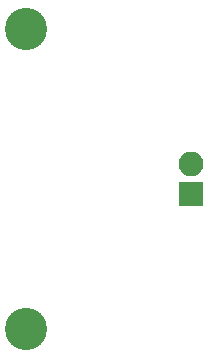
<source format=gbr>
G04 #@! TF.GenerationSoftware,KiCad,Pcbnew,6.0.8-f2edbf62ab~116~ubuntu22.04.1*
G04 #@! TF.CreationDate,2023-01-10T16:41:05-08:00*
G04 #@! TF.ProjectId,led_ring,6c65645f-7269-46e6-972e-6b696361645f,rev?*
G04 #@! TF.SameCoordinates,Original*
G04 #@! TF.FileFunction,Soldermask,Bot*
G04 #@! TF.FilePolarity,Negative*
%FSLAX46Y46*%
G04 Gerber Fmt 4.6, Leading zero omitted, Abs format (unit mm)*
G04 Created by KiCad (PCBNEW 6.0.8-f2edbf62ab~116~ubuntu22.04.1) date 2023-01-10 16:41:05*
%MOMM*%
%LPD*%
G01*
G04 APERTURE LIST*
G04 Aperture macros list*
%AMRoundRect*
0 Rectangle with rounded corners*
0 $1 Rounding radius*
0 $2 $3 $4 $5 $6 $7 $8 $9 X,Y pos of 4 corners*
0 Add a 4 corners polygon primitive as box body*
4,1,4,$2,$3,$4,$5,$6,$7,$8,$9,$2,$3,0*
0 Add four circle primitives for the rounded corners*
1,1,$1+$1,$2,$3*
1,1,$1+$1,$4,$5*
1,1,$1+$1,$6,$7*
1,1,$1+$1,$8,$9*
0 Add four rect primitives between the rounded corners*
20,1,$1+$1,$2,$3,$4,$5,0*
20,1,$1+$1,$4,$5,$6,$7,0*
20,1,$1+$1,$6,$7,$8,$9,0*
20,1,$1+$1,$8,$9,$2,$3,0*%
G04 Aperture macros list end*
%ADD10RoundRect,0.200000X0.850000X0.850000X-0.850000X0.850000X-0.850000X-0.850000X0.850000X-0.850000X0*%
%ADD11O,2.100000X2.100000*%
%ADD12C,3.575000*%
G04 APERTURE END LIST*
D10*
X64770000Y-52070000D03*
D11*
X64770000Y-49530000D03*
D12*
X50800000Y-38100000D03*
X50800000Y-63500000D03*
M02*

</source>
